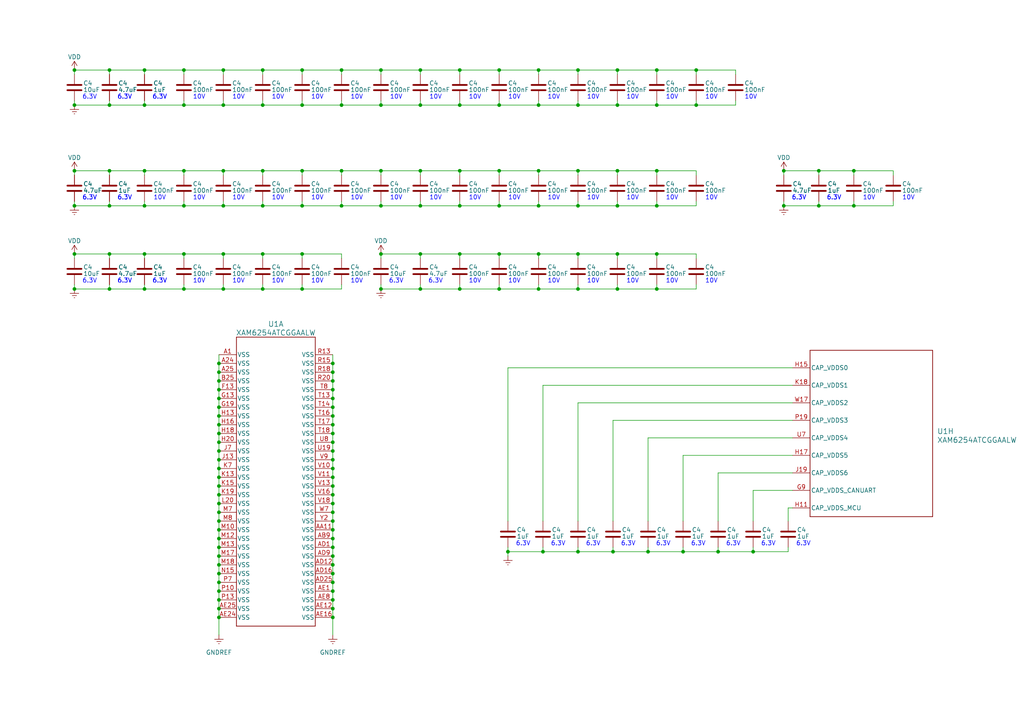
<source format=kicad_sch>
(kicad_sch (version 20230121) (generator eeschema)
  (paper "A4")
  (title_block (title "TI Ember AM62 SiP Concept") (date "2023-06-09") (rev "Rev 0") (company "Andrei Aldea - Texas Instruments"))
  (junction (at 110.49 49.53))
  (junction (at 144.78 73.66))
  (junction (at 63.5 163.83))
  (junction (at 21.59 30.48))
  (junction (at 63.5 158.75))
  (junction (at 21.59 20.32))
  (junction (at 21.59 73.66))
  (junction (at 110.49 73.66))
  (junction (at 133.35 20.32))
  (junction (at 63.5 138.43))
  (junction (at 179.07 73.66))
  (junction (at 76.2 30.48))
  (junction (at 21.59 59.69))
  (junction (at 167.64 73.66))
  (junction (at 179.07 83.82))
  (junction (at 157.48 160.02))
  (junction (at 156.21 20.32))
  (junction (at 96.52 118.11))
  (junction (at 53.34 59.69))
  (junction (at 53.34 20.32))
  (junction (at 87.63 59.69))
  (junction (at 96.52 110.49))
  (junction (at 63.5 113.03))
  (junction (at 87.63 20.32))
  (junction (at 76.2 20.32))
  (junction (at 63.5 118.11))
  (junction (at 63.5 125.73))
  (junction (at 63.5 151.13))
  (junction (at 41.91 83.82))
  (junction (at 63.5 128.27))
  (junction (at 156.21 59.69))
  (junction (at 96.52 125.73))
  (junction (at 96.52 120.65))
  (junction (at 96.52 107.95))
  (junction (at 63.5 171.45))
  (junction (at 144.78 59.69))
  (junction (at 41.91 20.32))
  (junction (at 247.65 59.69))
  (junction (at 99.06 49.53))
  (junction (at 96.52 161.29))
  (junction (at 133.35 30.48))
  (junction (at 133.35 83.82))
  (junction (at 96.52 158.75))
  (junction (at 201.93 20.32))
  (junction (at 96.52 113.03))
  (junction (at 190.5 59.69))
  (junction (at 41.91 49.53))
  (junction (at 76.2 73.66))
  (junction (at 237.49 49.53))
  (junction (at 63.5 133.35))
  (junction (at 96.52 123.19))
  (junction (at 63.5 176.53))
  (junction (at 53.34 83.82))
  (junction (at 179.07 49.53))
  (junction (at 121.92 30.48))
  (junction (at 31.75 59.69))
  (junction (at 76.2 59.69))
  (junction (at 96.52 135.89))
  (junction (at 63.5 107.95))
  (junction (at 96.52 153.67))
  (junction (at 63.5 120.65))
  (junction (at 31.75 83.82))
  (junction (at 167.64 49.53))
  (junction (at 96.52 128.27))
  (junction (at 53.34 30.48))
  (junction (at 190.5 30.48))
  (junction (at 99.06 20.32))
  (junction (at 53.34 49.53))
  (junction (at 96.52 168.91))
  (junction (at 41.91 30.48))
  (junction (at 156.21 73.66))
  (junction (at 96.52 173.99))
  (junction (at 227.33 59.69))
  (junction (at 63.5 161.29))
  (junction (at 218.44 160.02))
  (junction (at 64.77 73.66))
  (junction (at 121.92 83.82))
  (junction (at 63.5 140.97))
  (junction (at 63.5 179.07))
  (junction (at 96.52 143.51))
  (junction (at 201.93 30.48))
  (junction (at 63.5 123.19))
  (junction (at 187.96 160.02))
  (junction (at 121.92 20.32))
  (junction (at 63.5 105.41))
  (junction (at 31.75 30.48))
  (junction (at 156.21 83.82))
  (junction (at 179.07 30.48))
  (junction (at 63.5 130.81))
  (junction (at 190.5 49.53))
  (junction (at 63.5 173.99))
  (junction (at 237.49 59.69))
  (junction (at 198.12 160.02))
  (junction (at 64.77 20.32))
  (junction (at 190.5 20.32))
  (junction (at 227.33 49.53))
  (junction (at 76.2 49.53))
  (junction (at 110.49 20.32))
  (junction (at 96.52 146.05))
  (junction (at 53.34 73.66))
  (junction (at 133.35 49.53))
  (junction (at 167.64 20.32))
  (junction (at 96.52 151.13))
  (junction (at 167.64 160.02))
  (junction (at 63.5 143.51))
  (junction (at 63.5 148.59))
  (junction (at 21.59 49.53))
  (junction (at 96.52 138.43))
  (junction (at 177.8 160.02))
  (junction (at 110.49 59.69))
  (junction (at 96.52 166.37))
  (junction (at 179.07 20.32))
  (junction (at 64.77 59.69))
  (junction (at 133.35 59.69))
  (junction (at 21.59 83.82))
  (junction (at 31.75 73.66))
  (junction (at 64.77 83.82))
  (junction (at 96.52 179.07))
  (junction (at 87.63 49.53))
  (junction (at 63.5 166.37))
  (junction (at 31.75 20.32))
  (junction (at 64.77 49.53))
  (junction (at 99.06 59.69))
  (junction (at 96.52 148.59))
  (junction (at 121.92 49.53))
  (junction (at 121.92 59.69))
  (junction (at 64.77 30.48))
  (junction (at 63.5 156.21))
  (junction (at 96.52 163.83))
  (junction (at 96.52 156.21))
  (junction (at 63.5 115.57))
  (junction (at 31.75 49.53))
  (junction (at 190.5 73.66))
  (junction (at 208.28 160.02))
  (junction (at 63.5 168.91))
  (junction (at 41.91 59.69))
  (junction (at 167.64 59.69))
  (junction (at 63.5 110.49))
  (junction (at 63.5 135.89))
  (junction (at 87.63 73.66))
  (junction (at 133.35 73.66))
  (junction (at 110.49 83.82))
  (junction (at 41.91 73.66))
  (junction (at 144.78 49.53))
  (junction (at 156.21 49.53))
  (junction (at 99.06 30.48))
  (junction (at 144.78 83.82))
  (junction (at 110.49 30.48))
  (junction (at 63.5 146.05))
  (junction (at 179.07 59.69))
  (junction (at 96.52 133.35))
  (junction (at 96.52 130.81))
  (junction (at 96.52 105.41))
  (junction (at 63.5 153.67))
  (junction (at 147.32 160.02))
  (junction (at 76.2 83.82))
  (junction (at 96.52 115.57))
  (junction (at 96.52 140.97))
  (junction (at 247.65 49.53))
  (junction (at 96.52 176.53))
  (junction (at 87.63 83.82))
  (junction (at 144.78 20.32))
  (junction (at 190.5 83.82))
  (junction (at 167.64 83.82))
  (junction (at 87.63 30.48))
  (junction (at 96.52 171.45))
  (junction (at 167.64 30.48))
  (junction (at 156.21 30.48))
  (junction (at 144.78 30.48))
  (junction (at 121.92 73.66))
  (wire (pts (xy 229.87 116.84) (xy 167.64 116.84)))
  (wire (pts (xy 208.28 160.02) (xy 218.44 160.02)))
  (wire (pts (xy 96.52 148.59) (xy 96.52 151.13)))
  (wire (pts (xy 208.28 137.16) (xy 208.28 151.13)))
  (wire (pts (xy 96.52 130.81) (xy 96.52 133.35)))
  (wire (pts (xy 133.35 20.32) (xy 133.35 21.59)))
  (wire (pts (xy 21.59 20.32) (xy 21.59 21.59)))
  (wire (pts (xy 87.63 29.21) (xy 87.63 30.48)))
  (wire (pts (xy 99.06 58.42) (xy 99.06 59.69)))
  (wire (pts (xy 213.36 29.21) (xy 213.36 30.48)))
  (wire (pts (xy 190.5 82.55) (xy 190.5 83.82)))
  (wire (pts (xy 156.21 73.66) (xy 167.64 73.66)))
  (wire (pts (xy 64.77 83.82) (xy 76.2 83.82)))
  (wire (pts (xy 64.77 29.21) (xy 64.77 30.48)))
  (wire (pts (xy 99.06 29.21) (xy 99.06 30.48)))
  (wire (pts (xy 167.64 73.66) (xy 179.07 73.66)))
  (wire (pts (xy 144.78 30.48) (xy 156.21 30.48)))
  (wire (pts (xy 96.52 168.91) (xy 96.52 171.45)))
  (wire (pts (xy 31.75 30.48) (xy 41.91 30.48)))
  (wire (pts (xy 96.52 107.95) (xy 96.52 110.49)))
  (wire (pts (xy 53.34 58.42) (xy 53.34 59.69)))
  (wire (pts (xy 21.59 49.53) (xy 31.75 49.53)))
  (wire (pts (xy 110.49 73.66) (xy 110.49 74.93)))
  (wire (pts (xy 63.5 140.97) (xy 63.5 143.51)))
  (wire (pts (xy 21.59 73.66) (xy 21.59 74.93)))
  (wire (pts (xy 190.5 20.32) (xy 201.93 20.32)))
  (wire (pts (xy 96.52 179.07) (xy 96.52 184.15)))
  (wire (pts (xy 63.5 128.27) (xy 63.5 130.81)))
  (wire (pts (xy 21.59 82.55) (xy 21.59 83.82)))
  (wire (pts (xy 96.52 125.73) (xy 96.52 128.27)))
  (wire (pts (xy 87.63 20.32) (xy 99.06 20.32)))
  (wire (pts (xy 227.33 59.69) (xy 237.49 59.69)))
  (wire (pts (xy 41.91 20.32) (xy 41.91 21.59)))
  (wire (pts (xy 247.65 58.42) (xy 247.65 59.69)))
  (wire (pts (xy 21.59 59.69) (xy 31.75 59.69)))
  (wire (pts (xy 63.5 156.21) (xy 63.5 158.75)))
  (wire (pts (xy 156.21 73.66) (xy 156.21 74.93)))
  (wire (pts (xy 190.5 83.82) (xy 201.93 83.82)))
  (wire (pts (xy 41.91 59.69) (xy 53.34 59.69)))
  (wire (pts (xy 63.5 143.51) (xy 63.5 146.05)))
  (wire (pts (xy 31.75 49.53) (xy 41.91 49.53)))
  (wire (pts (xy 64.77 59.69) (xy 76.2 59.69)))
  (wire (pts (xy 190.5 49.53) (xy 201.93 49.53)))
  (wire (pts (xy 156.21 83.82) (xy 167.64 83.82)))
  (wire (pts (xy 99.06 49.53) (xy 99.06 50.8)))
  (wire (pts (xy 63.5 118.11) (xy 63.5 120.65)))
  (wire (pts (xy 133.35 20.32) (xy 144.78 20.32)))
  (wire (pts (xy 63.5 102.87) (xy 63.5 105.41)))
  (wire (pts (xy 63.5 146.05) (xy 63.5 148.59)))
  (wire (pts (xy 144.78 73.66) (xy 144.78 74.93)))
  (wire (pts (xy 110.49 58.42) (xy 110.49 59.69)))
  (wire (pts (xy 121.92 49.53) (xy 121.92 50.8)))
  (wire (pts (xy 213.36 20.32) (xy 213.36 21.59)))
  (wire (pts (xy 76.2 59.69) (xy 87.63 59.69)))
  (wire (pts (xy 156.21 58.42) (xy 156.21 59.69)))
  (wire (pts (xy 63.5 125.73) (xy 63.5 128.27)))
  (wire (pts (xy 228.6 147.32) (xy 229.87 147.32)))
  (wire (pts (xy 121.92 30.48) (xy 133.35 30.48)))
  (wire (pts (xy 63.5 163.83) (xy 63.5 166.37)))
  (wire (pts (xy 63.5 115.57) (xy 63.5 118.11)))
  (wire (pts (xy 96.52 156.21) (xy 96.52 158.75)))
  (wire (pts (xy 41.91 29.21) (xy 41.91 30.48)))
  (wire (pts (xy 76.2 49.53) (xy 87.63 49.53)))
  (wire (pts (xy 63.5 153.67) (xy 63.5 156.21)))
  (wire (pts (xy 201.93 20.32) (xy 213.36 20.32)))
  (wire (pts (xy 110.49 30.48) (xy 121.92 30.48)))
  (wire (pts (xy 99.06 59.69) (xy 110.49 59.69)))
  (wire (pts (xy 133.35 29.21) (xy 133.35 30.48)))
  (wire (pts (xy 21.59 83.82) (xy 31.75 83.82)))
  (wire (pts (xy 53.34 83.82) (xy 64.77 83.82)))
  (wire (pts (xy 96.52 166.37) (xy 96.52 168.91)))
  (wire (pts (xy 53.34 82.55) (xy 53.34 83.82)))
  (wire (pts (xy 63.5 123.19) (xy 63.5 125.73)))
  (wire (pts (xy 99.06 20.32) (xy 110.49 20.32)))
  (wire (pts (xy 201.93 30.48) (xy 213.36 30.48)))
  (wire (pts (xy 41.91 73.66) (xy 41.91 74.93)))
  (wire (pts (xy 190.5 29.21) (xy 190.5 30.48)))
  (wire (pts (xy 187.96 160.02) (xy 198.12 160.02)))
  (wire (pts (xy 76.2 30.48) (xy 87.63 30.48)))
  (wire (pts (xy 198.12 160.02) (xy 208.28 160.02)))
  (wire (pts (xy 167.64 20.32) (xy 167.64 21.59)))
  (wire (pts (xy 121.92 59.69) (xy 133.35 59.69)))
  (wire (pts (xy 227.33 49.53) (xy 237.49 49.53)))
  (wire (pts (xy 247.65 59.69) (xy 259.08 59.69)))
  (wire (pts (xy 259.08 59.69) (xy 259.08 58.42)))
  (wire (pts (xy 167.64 160.02) (xy 177.8 160.02)))
  (wire (pts (xy 31.75 73.66) (xy 31.75 74.93)))
  (wire (pts (xy 121.92 82.55) (xy 121.92 83.82)))
  (wire (pts (xy 96.52 158.75) (xy 96.52 161.29)))
  (wire (pts (xy 110.49 49.53) (xy 121.92 49.53)))
  (wire (pts (xy 229.87 127) (xy 187.96 127)))
  (wire (pts (xy 21.59 30.48) (xy 31.75 30.48)))
  (wire (pts (xy 41.91 49.53) (xy 41.91 50.8)))
  (wire (pts (xy 208.28 158.75) (xy 208.28 160.02)))
  (wire (pts (xy 87.63 83.82) (xy 99.06 83.82)))
  (wire (pts (xy 121.92 29.21) (xy 121.92 30.48)))
  (wire (pts (xy 144.78 82.55) (xy 144.78 83.82)))
  (wire (pts (xy 63.5 151.13) (xy 63.5 153.67)))
  (wire (pts (xy 190.5 73.66) (xy 190.5 74.93)))
  (wire (pts (xy 190.5 58.42) (xy 190.5 59.69)))
  (wire (pts (xy 41.91 82.55) (xy 41.91 83.82)))
  (wire (pts (xy 218.44 160.02) (xy 228.6 160.02)))
  (wire (pts (xy 179.07 49.53) (xy 190.5 49.53)))
  (wire (pts (xy 147.32 158.75) (xy 147.32 160.02)))
  (wire (pts (xy 110.49 20.32) (xy 121.92 20.32)))
  (wire (pts (xy 96.52 138.43) (xy 96.52 140.97)))
  (wire (pts (xy 76.2 20.32) (xy 76.2 21.59)))
  (wire (pts (xy 156.21 20.32) (xy 156.21 21.59)))
  (wire (pts (xy 96.52 171.45) (xy 96.52 173.99)))
  (wire (pts (xy 41.91 49.53) (xy 53.34 49.53)))
  (wire (pts (xy 110.49 49.53) (xy 110.49 50.8)))
  (wire (pts (xy 218.44 158.75) (xy 218.44 160.02)))
  (wire (pts (xy 64.77 73.66) (xy 76.2 73.66)))
  (wire (pts (xy 64.77 73.66) (xy 64.77 74.93)))
  (wire (pts (xy 157.48 160.02) (xy 167.64 160.02)))
  (wire (pts (xy 110.49 83.82) (xy 121.92 83.82)))
  (wire (pts (xy 96.52 163.83) (xy 96.52 166.37)))
  (wire (pts (xy 156.21 49.53) (xy 167.64 49.53)))
  (wire (pts (xy 133.35 30.48) (xy 144.78 30.48)))
  (wire (pts (xy 53.34 20.32) (xy 64.77 20.32)))
  (wire (pts (xy 198.12 132.08) (xy 198.12 151.13)))
  (wire (pts (xy 167.64 83.82) (xy 179.07 83.82)))
  (wire (pts (xy 64.77 49.53) (xy 76.2 49.53)))
  (wire (pts (xy 96.52 110.49) (xy 96.52 113.03)))
  (wire (pts (xy 110.49 59.69) (xy 121.92 59.69)))
  (wire (pts (xy 31.75 83.82) (xy 41.91 83.82)))
  (wire (pts (xy 63.5 130.81) (xy 63.5 133.35)))
  (wire (pts (xy 87.63 58.42) (xy 87.63 59.69)))
  (wire (pts (xy 31.75 59.69) (xy 41.91 59.69)))
  (wire (pts (xy 110.49 82.55) (xy 110.49 83.82)))
  (wire (pts (xy 144.78 29.21) (xy 144.78 30.48)))
  (wire (pts (xy 63.5 168.91) (xy 63.5 171.45)))
  (wire (pts (xy 96.52 128.27) (xy 96.52 130.81)))
  (wire (pts (xy 167.64 82.55) (xy 167.64 83.82)))
  (wire (pts (xy 53.34 20.32) (xy 53.34 21.59)))
  (wire (pts (xy 167.64 73.66) (xy 167.64 74.93)))
  (wire (pts (xy 190.5 73.66) (xy 201.93 73.66)))
  (wire (pts (xy 237.49 49.53) (xy 237.49 50.8)))
  (wire (pts (xy 87.63 82.55) (xy 87.63 83.82)))
  (wire (pts (xy 247.65 49.53) (xy 247.65 50.8)))
  (wire (pts (xy 110.49 20.32) (xy 110.49 21.59)))
  (wire (pts (xy 87.63 20.32) (xy 87.63 21.59)))
  (wire (pts (xy 96.52 153.67) (xy 96.52 156.21)))
  (wire (pts (xy 121.92 73.66) (xy 121.92 74.93)))
  (wire (pts (xy 228.6 158.75) (xy 228.6 160.02)))
  (wire (pts (xy 63.5 110.49) (xy 63.5 113.03)))
  (wire (pts (xy 63.5 105.41) (xy 63.5 107.95)))
  (wire (pts (xy 96.52 146.05) (xy 96.52 148.59)))
  (wire (pts (xy 229.87 111.76) (xy 157.48 111.76)))
  (wire (pts (xy 229.87 132.08) (xy 198.12 132.08)))
  (wire (pts (xy 63.5 113.03) (xy 63.5 115.57)))
  (wire (pts (xy 31.75 49.53) (xy 31.75 50.8)))
  (wire (pts (xy 63.5 148.59) (xy 63.5 151.13)))
  (wire (pts (xy 76.2 58.42) (xy 76.2 59.69)))
  (wire (pts (xy 167.64 30.48) (xy 179.07 30.48)))
  (wire (pts (xy 201.93 73.66) (xy 201.93 74.93)))
  (wire (pts (xy 187.96 158.75) (xy 187.96 160.02)))
  (wire (pts (xy 64.77 82.55) (xy 64.77 83.82)))
  (wire (pts (xy 201.93 29.21) (xy 201.93 30.48)))
  (wire (pts (xy 96.52 123.19) (xy 96.52 125.73)))
  (wire (pts (xy 144.78 59.69) (xy 156.21 59.69)))
  (wire (pts (xy 133.35 49.53) (xy 144.78 49.53)))
  (wire (pts (xy 64.77 30.48) (xy 76.2 30.48)))
  (wire (pts (xy 167.64 20.32) (xy 179.07 20.32)))
  (wire (pts (xy 110.49 73.66) (xy 121.92 73.66)))
  (wire (pts (xy 87.63 49.53) (xy 87.63 50.8)))
  (wire (pts (xy 87.63 49.53) (xy 99.06 49.53)))
  (wire (pts (xy 144.78 20.32) (xy 144.78 21.59)))
  (wire (pts (xy 167.64 49.53) (xy 167.64 50.8)))
  (wire (pts (xy 21.59 58.42) (xy 21.59 59.69)))
  (wire (pts (xy 229.87 121.92) (xy 177.8 121.92)))
  (wire (pts (xy 63.5 171.45) (xy 63.5 173.99)))
  (wire (pts (xy 76.2 49.53) (xy 76.2 50.8)))
  (wire (pts (xy 190.5 59.69) (xy 201.93 59.69)))
  (wire (pts (xy 96.52 102.87) (xy 96.52 105.41)))
  (wire (pts (xy 53.34 73.66) (xy 53.34 74.93)))
  (wire (pts (xy 133.35 82.55) (xy 133.35 83.82)))
  (wire (pts (xy 53.34 49.53) (xy 53.34 50.8)))
  (wire (pts (xy 53.34 49.53) (xy 64.77 49.53)))
  (wire (pts (xy 190.5 20.32) (xy 190.5 21.59)))
  (wire (pts (xy 99.06 30.48) (xy 110.49 30.48)))
  (wire (pts (xy 259.08 49.53) (xy 259.08 50.8)))
  (wire (pts (xy 63.5 179.07) (xy 63.5 184.15)))
  (wire (pts (xy 99.06 73.66) (xy 99.06 74.93)))
  (wire (pts (xy 31.75 20.32) (xy 31.75 21.59)))
  (wire (pts (xy 87.63 73.66) (xy 99.06 73.66)))
  (wire (pts (xy 167.64 158.75) (xy 167.64 160.02)))
  (wire (pts (xy 121.92 83.82) (xy 133.35 83.82)))
  (wire (pts (xy 41.91 83.82) (xy 53.34 83.82)))
  (wire (pts (xy 31.75 82.55) (xy 31.75 83.82)))
  (wire (pts (xy 190.5 30.48) (xy 201.93 30.48)))
  (wire (pts (xy 144.78 83.82) (xy 156.21 83.82)))
  (wire (pts (xy 76.2 73.66) (xy 76.2 74.93)))
  (wire (pts (xy 96.52 113.03) (xy 96.52 115.57)))
  (wire (pts (xy 63.5 158.75) (xy 63.5 161.29)))
  (wire (pts (xy 157.48 111.76) (xy 157.48 151.13)))
  (wire (pts (xy 63.5 120.65) (xy 63.5 123.19)))
  (wire (pts (xy 201.93 58.42) (xy 201.93 59.69)))
  (wire (pts (xy 76.2 20.32) (xy 87.63 20.32)))
  (wire (pts (xy 147.32 160.02) (xy 147.32 161.29)))
  (wire (pts (xy 76.2 82.55) (xy 76.2 83.82)))
  (wire (pts (xy 177.8 121.92) (xy 177.8 151.13)))
  (wire (pts (xy 21.59 73.66) (xy 31.75 73.66)))
  (wire (pts (xy 110.49 29.21) (xy 110.49 30.48)))
  (wire (pts (xy 144.78 49.53) (xy 144.78 50.8)))
  (wire (pts (xy 64.77 49.53) (xy 64.77 50.8)))
  (wire (pts (xy 187.96 127) (xy 187.96 151.13)))
  (wire (pts (xy 156.21 82.55) (xy 156.21 83.82)))
  (wire (pts (xy 96.52 173.99) (xy 96.52 176.53)))
  (wire (pts (xy 227.33 49.53) (xy 227.33 50.8)))
  (wire (pts (xy 201.93 20.32) (xy 201.93 21.59)))
  (wire (pts (xy 21.59 29.21) (xy 21.59 30.48)))
  (wire (pts (xy 179.07 83.82) (xy 190.5 83.82)))
  (wire (pts (xy 87.63 59.69) (xy 99.06 59.69)))
  (wire (pts (xy 63.5 107.95) (xy 63.5 110.49)))
  (wire (pts (xy 53.34 29.21) (xy 53.34 30.48)))
  (wire (pts (xy 63.5 161.29) (xy 63.5 163.83)))
  (wire (pts (xy 179.07 29.21) (xy 179.07 30.48)))
  (wire (pts (xy 64.77 58.42) (xy 64.77 59.69)))
  (wire (pts (xy 76.2 83.82) (xy 87.63 83.82)))
  (wire (pts (xy 99.06 82.55) (xy 99.06 83.82)))
  (wire (pts (xy 96.52 105.41) (xy 96.52 107.95)))
  (wire (pts (xy 21.59 49.53) (xy 21.59 50.8)))
  (wire (pts (xy 179.07 73.66) (xy 190.5 73.66)))
  (wire (pts (xy 229.87 137.16) (xy 208.28 137.16)))
  (wire (pts (xy 201.93 49.53) (xy 201.93 50.8)))
  (wire (pts (xy 133.35 58.42) (xy 133.35 59.69)))
  (wire (pts (xy 179.07 73.66) (xy 179.07 74.93)))
  (wire (pts (xy 229.87 142.24) (xy 218.44 142.24)))
  (wire (pts (xy 96.52 115.57) (xy 96.52 118.11)))
  (wire (pts (xy 237.49 58.42) (xy 237.49 59.69)))
  (wire (pts (xy 167.64 58.42) (xy 167.64 59.69)))
  (wire (pts (xy 179.07 59.69) (xy 190.5 59.69)))
  (wire (pts (xy 76.2 29.21) (xy 76.2 30.48)))
  (wire (pts (xy 201.93 82.55) (xy 201.93 83.82)))
  (wire (pts (xy 96.52 135.89) (xy 96.52 138.43)))
  (wire (pts (xy 41.91 73.66) (xy 53.34 73.66)))
  (wire (pts (xy 63.5 135.89) (xy 63.5 138.43)))
  (wire (pts (xy 179.07 20.32) (xy 190.5 20.32)))
  (wire (pts (xy 218.44 142.24) (xy 218.44 151.13)))
  (wire (pts (xy 156.21 20.32) (xy 167.64 20.32)))
  (wire (pts (xy 41.91 30.48) (xy 53.34 30.48)))
  (wire (pts (xy 41.91 58.42) (xy 41.91 59.69)))
  (wire (pts (xy 31.75 73.66) (xy 41.91 73.66)))
  (wire (pts (xy 247.65 49.53) (xy 259.08 49.53)))
  (wire (pts (xy 53.34 59.69) (xy 64.77 59.69)))
  (wire (pts (xy 144.78 49.53) (xy 156.21 49.53)))
  (wire (pts (xy 157.48 158.75) (xy 157.48 160.02)))
  (wire (pts (xy 31.75 29.21) (xy 31.75 30.48)))
  (wire (pts (xy 64.77 20.32) (xy 64.77 21.59)))
  (wire (pts (xy 96.52 133.35) (xy 96.52 135.89)))
  (wire (pts (xy 53.34 73.66) (xy 64.77 73.66)))
  (wire (pts (xy 121.92 58.42) (xy 121.92 59.69)))
  (wire (pts (xy 99.06 49.53) (xy 110.49 49.53)))
  (wire (pts (xy 144.78 58.42) (xy 144.78 59.69)))
  (wire (pts (xy 147.32 106.68) (xy 147.32 151.13)))
  (wire (pts (xy 133.35 73.66) (xy 144.78 73.66)))
  (wire (pts (xy 133.35 83.82) (xy 144.78 83.82)))
  (wire (pts (xy 87.63 73.66) (xy 87.63 74.93)))
  (wire (pts (xy 156.21 49.53) (xy 156.21 50.8)))
  (wire (pts (xy 190.5 49.53) (xy 190.5 50.8)))
  (wire (pts (xy 53.34 30.48) (xy 64.77 30.48)))
  (wire (pts (xy 179.07 20.32) (xy 179.07 21.59)))
  (wire (pts (xy 96.52 176.53) (xy 96.52 179.07)))
  (wire (pts (xy 31.75 58.42) (xy 31.75 59.69)))
  (wire (pts (xy 179.07 82.55) (xy 179.07 83.82)))
  (wire (pts (xy 133.35 59.69) (xy 144.78 59.69)))
  (wire (pts (xy 228.6 151.13) (xy 228.6 147.32)))
  (wire (pts (xy 229.87 106.68) (xy 147.32 106.68)))
  (wire (pts (xy 177.8 160.02) (xy 187.96 160.02)))
  (wire (pts (xy 227.33 58.42) (xy 227.33 59.69)))
  (wire (pts (xy 167.64 49.53) (xy 179.07 49.53)))
  (wire (pts (xy 63.5 133.35) (xy 63.5 135.89)))
  (wire (pts (xy 167.64 29.21) (xy 167.64 30.48)))
  (wire (pts (xy 179.07 49.53) (xy 179.07 50.8)))
  (wire (pts (xy 96.52 143.51) (xy 96.52 146.05)))
  (wire (pts (xy 237.49 59.69) (xy 247.65 59.69)))
  (wire (pts (xy 99.06 20.32) (xy 99.06 21.59)))
  (wire (pts (xy 96.52 140.97) (xy 96.52 143.51)))
  (wire (pts (xy 41.91 20.32) (xy 53.34 20.32)))
  (wire (pts (xy 177.8 158.75) (xy 177.8 160.02)))
  (wire (pts (xy 179.07 58.42) (xy 179.07 59.69)))
  (wire (pts (xy 156.21 59.69) (xy 167.64 59.69)))
  (wire (pts (xy 63.5 166.37) (xy 63.5 168.91)))
  (wire (pts (xy 76.2 73.66) (xy 87.63 73.66)))
  (wire (pts (xy 31.75 20.32) (xy 41.91 20.32)))
  (wire (pts (xy 144.78 20.32) (xy 156.21 20.32)))
  (wire (pts (xy 167.64 116.84) (xy 167.64 151.13)))
  (wire (pts (xy 96.52 118.11) (xy 96.52 120.65)))
  (wire (pts (xy 156.21 29.21) (xy 156.21 30.48)))
  (wire (pts (xy 167.64 59.69) (xy 179.07 59.69)))
  (wire (pts (xy 144.78 73.66) (xy 156.21 73.66)))
  (wire (pts (xy 237.49 49.53) (xy 247.65 49.53)))
  (wire (pts (xy 156.21 30.48) (xy 167.64 30.48)))
  (wire (pts (xy 87.63 30.48) (xy 99.06 30.48)))
  (wire (pts (xy 121.92 49.53) (xy 133.35 49.53)))
  (wire (pts (xy 121.92 20.32) (xy 121.92 21.59)))
  (wire (pts (xy 96.52 120.65) (xy 96.52 123.19)))
  (wire (pts (xy 63.5 173.99) (xy 63.5 176.53)))
  (wire (pts (xy 63.5 176.53) (xy 63.5 179.07)))
  (wire (pts (xy 198.12 158.75) (xy 198.12 160.02)))
  (wire (pts (xy 147.32 160.02) (xy 157.48 160.02)))
  (wire (pts (xy 179.07 30.48) (xy 190.5 30.48)))
  (wire (pts (xy 21.59 20.32) (xy 31.75 20.32)))
  (wire (pts (xy 96.52 161.29) (xy 96.52 163.83)))
  (wire (pts (xy 121.92 20.32) (xy 133.35 20.32)))
  (wire (pts (xy 121.92 73.66) (xy 133.35 73.66)))
  (wire (pts (xy 64.77 20.32) (xy 76.2 20.32)))
  (wire (pts (xy 133.35 49.53) (xy 133.35 50.8)))
  (wire (pts (xy 63.5 138.43) (xy 63.5 140.97)))
  (wire (pts (xy 96.52 151.13) (xy 96.52 153.67)))
  (wire (pts (xy 133.35 73.66) (xy 133.35 74.93)))
  (symbol (lib_id "Device:C") (at 201.93 25.4 0) (unit 1)
    (property "Reference" "C4" (at 204.47 24.13 0) (effects (justify left)))
    (property "Value" "100nF" (at 204.47 26.035 0) (effects (justify left)))
    (property "Footprint" "Capacitor_SMD:C_0201_0603Metric" (effects hide))
    (property "V Tol" "10V" (at 206.3623 27.9431 0))
    (instances (project "TI Ember" (path "" (reference "C4") (unit 1)) (path "" (reference "C1") (unit 1)) (path "" (reference "C18") (unit 1))))
  )
  (symbol (lib_id "Device:C") (at 179.07 78.74 0) (unit 1)
    (property "Reference" "C4" (at 181.61 77.47 0) (effects (justify left)))
    (property "Value" "100nF" (at 181.61 79.375 0) (effects (justify left)))
    (property "Footprint" "Capacitor_SMD:C_0201_0603Metric" (effects hide))
    (property "V Tol" "10V" (at 183.5023 81.2831 0))
    (instances (project "TI Ember" (path "" (reference "C4") (unit 1)) (path "" (reference "C1") (unit 1)) (path "" (reference "C70") (unit 1))))
  )
  (symbol (lib_id "Device:C") (at 144.78 78.74 0) (unit 1)
    (property "Reference" "C4" (at 147.32 77.47 0) (effects (justify left)))
    (property "Value" "100nF" (at 147.32 79.375 0) (effects (justify left)))
    (property "Footprint" "Capacitor_SMD:C_0201_0603Metric" (effects hide))
    (property "V Tol" "10V" (at 149.2123 81.2831 0))
    (instances (project "TI Ember" (path "" (reference "C4") (unit 1)) (path "" (reference "C1") (unit 1)) (path "" (reference "C67") (unit 1))))
  )
  (symbol (lib_id "Device:C") (at 213.36 25.4 0) (unit 1)
    (property "Reference" "C4" (at 215.9 24.13 0) (effects (justify left)))
    (property "Value" "100nF" (at 215.9 26.035 0) (effects (justify left)))
    (property "Footprint" "Capacitor_SMD:C_0201_0603Metric" (effects hide))
    (property "V Tol" "10V" (at 217.7923 27.9431 0))
    (instances (project "TI Ember" (path "" (reference "C4") (unit 1)) (path "" (reference "C1") (unit 1)) (path "" (reference "C17") (unit 1))))
  )
  (symbol (lib_id "Device:C") (at 190.5 54.61 0) (unit 1)
    (property "Reference" "C4" (at 193.04 53.34 0) (effects (justify left)))
    (property "Value" "100nF" (at 193.04 55.245 0) (effects (justify left)))
    (property "Footprint" "Capacitor_SMD:C_0201_0603Metric" (effects hide))
    (property "V Tol" "10V" (at 194.9323 57.1531 0))
    (instances (project "TI Ember" (path "" (reference "C4") (unit 1)) (path "" (reference "C1") (unit 1)) (path "" (reference "C50") (unit 1))))
  )
  (symbol (lib_id "Device:C") (at 31.75 78.74 0) (unit 1)
    (property "Reference" "C4" (at 34.29 77.47 0) (effects (justify left)))
    (property "Value" "4.7uF" (at 34.29 79.375 0) (effects (justify left)))
    (property "Footprint" "Capacitor_SMD:C_0402_1005Metric" (effects hide))
    (property "V Tol" "6.3V" (at 36.1823 81.2831 0))
    (instances (project "TI Ember" (path "" (reference "C4") (unit 1)) (path "" (reference "C1") (unit 1)) (path "" (reference "C56") (unit 1))))
  )
  (symbol (lib_id "Device:C") (at 53.34 25.4 0) (unit 1)
    (property "Reference" "C4" (at 55.88 24.13 0) (effects (justify left)))
    (property "Value" "100nF" (at 55.88 26.035 0) (effects (justify left)))
    (property "Footprint" "Capacitor_SMD:C_0201_0603Metric" (effects hide))
    (property "V Tol" "10V" (at 57.7723 27.9431 0))
    (instances (project "TI Ember" (path "" (reference "C4") (unit 1)) (path "" (reference "C1") (unit 1)) (path "" (reference "C30") (unit 1))))
  )
  (symbol (lib_id "Device:C") (at 144.78 25.4 0) (unit 1)
    (property "Reference" "C4" (at 147.32 24.13 0) (effects (justify left)))
    (property "Value" "100nF" (at 147.32 26.035 0) (effects (justify left)))
    (property "Footprint" "Capacitor_SMD:C_0201_0603Metric" (effects hide))
    (property "V Tol" "10V" (at 149.2123 27.9431 0))
    (instances (project "TI Ember" (path "" (reference "C4") (unit 1)) (path "" (reference "C1") (unit 1)) (path "" (reference "C23") (unit 1))))
  )
  (symbol (lib_id "Device:C") (at 64.77 54.61 0) (unit 1)
    (property "Reference" "C4" (at 67.31 53.34 0) (effects (justify left)))
    (property "Value" "100nF" (at 67.31 55.245 0) (effects (justify left)))
    (property "Footprint" "Capacitor_SMD:C_0201_0603Metric" (effects hide))
    (property "V Tol" "10V" (at 69.2023 57.1531 0))
    (instances (project "TI Ember" (path "" (reference "C4") (unit 1)) (path "" (reference "C1") (unit 1)) (path "" (reference "C39") (unit 1))))
  )
  (symbol (lib_id "Device:C") (at 177.8 154.94 0) (unit 1)
    (property "Reference" "C4" (at 180.34 153.67 0) (effects (justify left)))
    (property "Value" "1uF" (at 180.34 155.575 0) (effects (justify left)))
    (property "Footprint" "Capacitor_SMD:C_0201_0603Metric" (effects hide))
    (property "V Tol" "6.3V" (at 182.2323 157.4831 0))
    (instances (project "TI Ember" (path "" (reference "C4") (unit 1)) (path "" (reference "C1") (unit 1)) (path "" (reference "C76") (unit 1))))
  )
  (symbol (lib_id "Device:C") (at 99.06 54.61 0) (unit 1)
    (property "Reference" "C4" (at 101.6 53.34 0) (effects (justify left)))
    (property "Value" "100nF" (at 101.6 55.245 0) (effects (justify left)))
    (property "Footprint" "Capacitor_SMD:C_0201_0603Metric" (effects hide))
    (property "V Tol" "10V" (at 103.4923 57.1531 0))
    (instances (project "TI Ember" (path "" (reference "C4") (unit 1)) (path "" (reference "C1") (unit 1)) (path "" (reference "C42") (unit 1))))
  )
  (symbol (lib_id "Device:C") (at 156.21 25.4 0) (unit 1)
    (property "Reference" "C4" (at 158.75 24.13 0) (effects (justify left)))
    (property "Value" "100nF" (at 158.75 26.035 0) (effects (justify left)))
    (property "Footprint" "Capacitor_SMD:C_0201_0603Metric" (effects hide))
    (property "V Tol" "10V" (at 160.6423 27.9431 0))
    (instances (project "TI Ember" (path "" (reference "C4") (unit 1)) (path "" (reference "C1") (unit 1)) (path "" (reference "C22") (unit 1))))
  )
  (symbol (lib_id "Device:C") (at 121.92 54.61 0) (unit 1)
    (property "Reference" "C4" (at 124.46 53.34 0) (effects (justify left)))
    (property "Value" "100nF" (at 124.46 55.245 0) (effects (justify left)))
    (property "Footprint" "Capacitor_SMD:C_0201_0603Metric" (effects hide))
    (property "V Tol" "10V" (at 126.3523 57.1531 0))
    (instances (project "TI Ember" (path "" (reference "C4") (unit 1)) (path "" (reference "C1") (unit 1)) (path "" (reference "C44") (unit 1))))
  )
  (symbol (lib_id "Device:C") (at 157.48 154.94 0) (unit 1)
    (property "Reference" "C4" (at 160.02 153.67 0) (effects (justify left)))
    (property "Value" "1uF" (at 160.02 155.575 0) (effects (justify left)))
    (property "Footprint" "Capacitor_SMD:C_0201_0603Metric" (effects hide))
    (property "V Tol" "6.3V" (at 161.9123 157.4831 0))
    (instances (project "TI Ember" (path "" (reference "C4") (unit 1)) (path "" (reference "C1") (unit 1)) (path "" (reference "C74") (unit 1))))
  )
  (symbol (lib_id "Device:C") (at 41.91 25.4 0) (unit 1)
    (property "Reference" "C4" (at 44.45 24.13 0) (effects (justify left)))
    (property "Value" "1uF" (at 44.45 26.035 0) (effects (justify left)))
    (property "Footprint" "Capacitor_SMD:C_0201_0603Metric" (effects hide))
    (property "V Tol" "6.3V" (at 46.3423 27.9431 0))
    (instances (project "TI Ember" (path "" (reference "C4") (unit 1)) (path "" (reference "C1") (unit 1)) (path "" (reference "C32") (unit 1))))
  )
  (symbol (lib_id "power:GNDREF") (at 227.33 59.69 0) (unit 1)
    (property "Reference" "#PWR029" (effects hide))
    (property "Value" "GNDREF" (effects hide))
    (instances (project "TI Ember" (path "" (reference "#PWR029") (unit 1)) (path "" (reference "#PWR052") (unit 1))))
  )
  (symbol (lib_id "power:GNDREF") (at 21.59 30.48 0) (unit 1)
    (property "Reference" "#PWR029" (effects hide))
    (property "Value" "GNDREF" (effects hide))
    (instances (project "TI Ember" (path "" (reference "#PWR029") (unit 1)) (path "" (reference "#PWR048") (unit 1))))
  )
  (symbol (lib_id "TIEmber:VDD_CORE") (at 21.59 20.32 0) (unit 1)
    (property "Reference" "#PWR047" (effects hide))
    (property "Value" "VDD_CORE" (at 21.59 16.51 0))
  )
  (symbol (lib_id "Device:C") (at 179.07 54.61 0) (unit 1)
    (property "Reference" "C4" (at 181.61 53.34 0) (effects (justify left)))
    (property "Value" "100nF" (at 181.61 55.245 0) (effects (justify left)))
    (property "Footprint" "Capacitor_SMD:C_0201_0603Metric" (effects hide))
    (property "V Tol" "10V" (at 183.5023 57.1531 0))
    (instances (project "TI Ember" (path "" (reference "C4") (unit 1)) (path "" (reference "C1") (unit 1)) (path "" (reference "C49") (unit 1))))
  )
  (symbol (lib_id "Device:C") (at 247.65 54.61 0) (unit 1)
    (property "Reference" "C4" (at 250.19 53.34 0) (effects (justify left)))
    (property "Value" "100nF" (at 250.19 55.245 0) (effects (justify left)))
    (property "Footprint" "Capacitor_SMD:C_0201_0603Metric" (effects hide))
    (property "V Tol" "10V" (at 252.0823 57.1531 0))
    (instances (project "TI Ember" (path "" (reference "C4") (unit 1)) (path "" (reference "C1") (unit 1)) (path "" (reference "C54") (unit 1))))
  )
  (symbol (lib_id "Device:C") (at 87.63 25.4 0) (unit 1)
    (property "Reference" "C4" (at 90.17 24.13 0) (effects (justify left)))
    (property "Value" "100nF" (at 90.17 26.035 0) (effects (justify left)))
    (property "Footprint" "Capacitor_SMD:C_0201_0603Metric" (effects hide))
    (property "V Tol" "10V" (at 92.0623 27.9431 0))
    (instances (project "TI Ember" (path "" (reference "C4") (unit 1)) (path "" (reference "C1") (unit 1)) (path "" (reference "C28") (unit 1))))
  )
  (symbol (lib_id "Device:C") (at 99.06 25.4 0) (unit 1)
    (property "Reference" "C4" (at 101.6 24.13 0) (effects (justify left)))
    (property "Value" "100nF" (at 101.6 26.035 0) (effects (justify left)))
    (property "Footprint" "Capacitor_SMD:C_0201_0603Metric" (effects hide))
    (property "V Tol" "10V" (at 103.4923 27.9431 0))
    (instances (project "TI Ember" (path "" (reference "C4") (unit 1)) (path "" (reference "C1") (unit 1)) (path "" (reference "C27") (unit 1))))
  )
  (symbol (lib_id "Device:C") (at 110.49 78.74 0) (unit 1)
    (property "Reference" "C4" (at 113.03 77.47 0) (effects (justify left)))
    (property "Value" "10uF" (at 113.03 79.375 0) (effects (justify left)))
    (property "Footprint" "Capacitor_SMD:C_0402_1005Metric" (effects hide))
    (property "V Tol" "6.3V" (at 114.9223 81.2831 0))
    (instances (project "TI Ember" (path "" (reference "C4") (unit 1)) (path "" (reference "C1") (unit 1)) (path "" (reference "C64") (unit 1))))
  )
  (symbol (lib_id "Device:C") (at 201.93 78.74 0) (unit 1)
    (property "Reference" "C4" (at 204.47 77.47 0) (effects (justify left)))
    (property "Value" "100nF" (at 204.47 79.375 0) (effects (justify left)))
    (property "Footprint" "Capacitor_SMD:C_0201_0603Metric" (effects hide))
    (property "V Tol" "10V" (at 206.3623 81.2831 0))
    (instances (project "TI Ember" (path "" (reference "C4") (unit 1)) (path "" (reference "C1") (unit 1)) (path "" (reference "C72") (unit 1))))
  )
  (symbol (lib_id "Device:C") (at 198.12 154.94 0) (unit 1)
    (property "Reference" "C4" (at 200.66 153.67 0) (effects (justify left)))
    (property "Value" "1uF" (at 200.66 155.575 0) (effects (justify left)))
    (property "Footprint" "Capacitor_SMD:C_0201_0603Metric" (effects hide))
    (property "V Tol" "6.3V" (at 202.5523 157.4831 0))
    (instances (project "TI Ember" (path "" (reference "C4") (unit 1)) (path "" (reference "C1") (unit 1)) (path "" (reference "C78") (unit 1))))
  )
  (symbol (lib_id "Device:C") (at 187.96 154.94 0) (unit 1)
    (property "Reference" "C4" (at 190.5 153.67 0) (effects (justify left)))
    (property "Value" "1uF" (at 190.5 155.575 0) (effects (justify left)))
    (property "Footprint" "Capacitor_SMD:C_0201_0603Metric" (effects hide))
    (property "V Tol" "6.3V" (at 192.3923 157.4831 0))
    (instances (project "TI Ember" (path "" (reference "C4") (unit 1)) (path "" (reference "C1") (unit 1)) (path "" (reference "C77") (unit 1))))
  )
  (symbol (lib_id "Device:C") (at 156.21 78.74 0) (unit 1)
    (property "Reference" "C4" (at 158.75 77.47 0) (effects (justify left)))
    (property "Value" "100nF" (at 158.75 79.375 0) (effects (justify left)))
    (property "Footprint" "Capacitor_SMD:C_0201_0603Metric" (effects hide))
    (property "V Tol" "10V" (at 160.6423 81.2831 0))
    (instances (project "TI Ember" (path "" (reference "C4") (unit 1)) (path "" (reference "C1") (unit 1)) (path "" (reference "C68") (unit 1))))
  )
  (symbol (lib_id "Device:C") (at 41.91 54.61 0) (unit 1)
    (property "Reference" "C4" (at 44.45 53.34 0) (effects (justify left)))
    (property "Value" "100nF" (at 44.45 55.245 0) (effects (justify left)))
    (property "Footprint" "Capacitor_SMD:C_0201_0603Metric" (effects hide))
    (property "V Tol" "10V" (at 46.3423 57.1531 0))
    (instances (project "TI Ember" (path "" (reference "C4") (unit 1)) (path "" (reference "C1") (unit 1)) (path "" (reference "C37") (unit 1))))
  )
  (symbol (lib_id "Device:C") (at 41.91 78.74 0) (unit 1)
    (property "Reference" "C4" (at 44.45 77.47 0) (effects (justify left)))
    (property "Value" "1uF" (at 44.45 79.375 0) (effects (justify left)))
    (property "Footprint" "Capacitor_SMD:C_0201_0603Metric" (effects hide))
    (property "V Tol" "6.3V" (at 46.3423 81.2831 0))
    (instances (project "TI Ember" (path "" (reference "C4") (unit 1)) (path "" (reference "C1") (unit 1)) (path "" (reference "C57") (unit 1))))
  )
  (symbol (lib_id "power:GNDREF") (at 147.32 161.29 0) (unit 1)
    (property "Reference" "#PWR029" (effects hide))
    (property "Value" "GNDREF" (effects hide))
    (instances (project "TI Ember" (path "" (reference "#PWR029") (unit 1)) (path "" (reference "#PWR057") (unit 1))))
  )
  (symbol (lib_id "Device:C") (at 167.64 25.4 0) (unit 1)
    (property "Reference" "C4" (at 170.18 24.13 0) (effects (justify left)))
    (property "Value" "100nF" (at 170.18 26.035 0) (effects (justify left)))
    (property "Footprint" "Capacitor_SMD:C_0201_0603Metric" (effects hide))
    (property "V Tol" "10V" (at 172.0723 27.9431 0))
    (instances (project "TI Ember" (path "" (reference "C4") (unit 1)) (path "" (reference "C1") (unit 1)) (path "" (reference "C21") (unit 1))))
  )
  (symbol (lib_id "Device:C") (at 167.64 78.74 0) (unit 1)
    (property "Reference" "C4" (at 170.18 77.47 0) (effects (justify left)))
    (property "Value" "100nF" (at 170.18 79.375 0) (effects (justify left)))
    (property "Footprint" "Capacitor_SMD:C_0201_0603Metric" (effects hide))
    (property "V Tol" "10V" (at 172.0723 81.2831 0))
    (instances (project "TI Ember" (path "" (reference "C4") (unit 1)) (path "" (reference "C1") (unit 1)) (path "" (reference "C69") (unit 1))))
  )
  (symbol (lib_id "Device:C") (at 53.34 78.74 0) (unit 1)
    (property "Reference" "C4" (at 55.88 77.47 0) (effects (justify left)))
    (property "Value" "100nF" (at 55.88 79.375 0) (effects (justify left)))
    (property "Footprint" "Capacitor_SMD:C_0201_0603Metric" (effects hide))
    (property "V Tol" "10V" (at 57.7723 81.2831 0))
    (instances (project "TI Ember" (path "" (reference "C4") (unit 1)) (path "" (reference "C1") (unit 1)) (path "" (reference "C58") (unit 1))))
  )
  (symbol (lib_id "Device:C") (at 121.92 78.74 0) (unit 1)
    (property "Reference" "C4" (at 124.46 77.47 0) (effects (justify left)))
    (property "Value" "4.7uF" (at 124.46 79.375 0) (effects (justify left)))
    (property "Footprint" "Capacitor_SMD:C_0402_1005Metric" (effects hide))
    (property "V Tol" "6.3V" (at 126.3523 81.2831 0))
    (instances (project "TI Ember" (path "" (reference "C4") (unit 1)) (path "" (reference "C1") (unit 1)) (path "" (reference "C65") (unit 1))))
  )
  (symbol (lib_id "Device:C") (at 227.33 54.61 0) (unit 1)
    (property "Reference" "C4" (at 229.87 53.34 0) (effects (justify left)))
    (property "Value" "4.7uF" (at 229.87 55.245 0) (effects (justify left)))
    (property "Footprint" "Capacitor_SMD:C_0402_1005Metric" (effects hide))
    (property "V Tol" "6.3V" (at 231.7623 57.1531 0))
    (instances (project "TI Ember" (path "" (reference "C4") (unit 1)) (path "" (reference "C1") (unit 1)) (path "" (reference "C52") (unit 1))))
  )
  (symbol (lib_id "Device:C") (at 167.64 54.61 0) (unit 1)
    (property "Reference" "C4" (at 170.18 53.34 0) (effects (justify left)))
    (property "Value" "100nF" (at 170.18 55.245 0) (effects (justify left)))
    (property "Footprint" "Capacitor_SMD:C_0201_0603Metric" (effects hide))
    (property "V Tol" "10V" (at 172.0723 57.1531 0))
    (instances (project "TI Ember" (path "" (reference "C4") (unit 1)) (path "" (reference "C1") (unit 1)) (path "" (reference "C48") (unit 1))))
  )
  (symbol (lib_id "TIEmber:VDD_1V2") (at 21.59 73.66 0) (unit 1)
    (property "Reference" "#PWR053" (effects hide))
    (property "Value" "VDD_1V2" (at 21.59 69.85 0))
  )
  (symbol (lib_id "Device:C") (at 110.49 25.4 0) (unit 1)
    (property "Reference" "C4" (at 113.03 24.13 0) (effects (justify left)))
    (property "Value" "100nF" (at 113.03 26.035 0) (effects (justify left)))
    (property "Footprint" "Capacitor_SMD:C_0201_0603Metric" (effects hide))
    (property "V Tol" "10V" (at 114.9223 27.9431 0))
    (instances (project "TI Ember" (path "" (reference "C4") (unit 1)) (path "" (reference "C1") (unit 1)) (path "" (reference "C26") (unit 1))))
  )
  (symbol (lib_id "Device:C") (at 190.5 78.74 0) (unit 1)
    (property "Reference" "C4" (at 193.04 77.47 0) (effects (justify left)))
    (property "Value" "100nF" (at 193.04 79.375 0) (effects (justify left)))
    (property "Footprint" "Capacitor_SMD:C_0201_0603Metric" (effects hide))
    (property "V Tol" "10V" (at 194.9323 81.2831 0))
    (instances (project "TI Ember" (path "" (reference "C4") (unit 1)) (path "" (reference "C1") (unit 1)) (path "" (reference "C71") (unit 1))))
  )
  (symbol (lib_id "Device:C") (at 144.78 54.61 0) (unit 1)
    (property "Reference" "C4" (at 147.32 53.34 0) (effects (justify left)))
    (property "Value" "100nF" (at 147.32 55.245 0) (effects (justify left)))
    (property "Footprint" "Capacitor_SMD:C_0201_0603Metric" (effects hide))
    (property "V Tol" "10V" (at 149.2123 57.1531 0))
    (instances (project "TI Ember" (path "" (reference "C4") (unit 1)) (path "" (reference "C1") (unit 1)) (path "" (reference "C46") (unit 1))))
  )
  (symbol (lib_id "Device:C") (at 21.59 78.74 0) (unit 1)
    (property "Reference" "C4" (at 24.13 77.47 0) (effects (justify left)))
    (property "Value" "10uF" (at 24.13 79.375 0) (effects (justify left)))
    (property "Footprint" "Capacitor_SMD:C_0402_1005Metric" (effects hide))
    (property "V Tol" "6.3V" (at 26.0223 81.2831 0))
    (instances (project "TI Ember" (path "" (reference "C4") (unit 1)) (path "" (reference "C1") (unit 1)) (path "" (reference "C55") (unit 1))))
  )
  (symbol (lib_id "power:GNDREF") (at 21.59 59.69 0) (unit 1)
    (property "Reference" "#PWR029" (effects hide))
    (property "Value" "GNDREF" (effects hide))
    (instances (project "TI Ember" (path "" (reference "#PWR029") (unit 1)) (path "" (reference "#PWR050") (unit 1))))
  )
  (symbol (lib_id "Device:C") (at 121.92 25.4 0) (unit 1)
    (property "Reference" "C4" (at 124.46 24.13 0) (effects (justify left)))
    (property "Value" "100nF" (at 124.46 26.035 0) (effects (justify left)))
    (property "Footprint" "Capacitor_SMD:C_0201_0603Metric" (effects hide))
    (property "V Tol" "10V" (at 126.3523 27.9431 0))
    (instances (project "TI Ember" (path "" (reference "C4") (unit 1)) (path "" (reference "C1") (unit 1)) (path "" (reference "C25") (unit 1))))
  )
  (symbol (lib_id "Device:C") (at 133.35 78.74 0) (unit 1)
    (property "Reference" "C4" (at 135.89 77.47 0) (effects (justify left)))
    (property "Value" "100nF" (at 135.89 79.375 0) (effects (justify left)))
    (property "Footprint" "Capacitor_SMD:C_0201_0603Metric" (effects hide))
    (property "V Tol" "10V" (at 137.7823 81.2831 0))
    (instances (project "TI Ember" (path "" (reference "C4") (unit 1)) (path "" (reference "C1") (unit 1)) (path "" (reference "C66") (unit 1))))
  )
  (symbol (lib_id "Device:C") (at 76.2 25.4 0) (unit 1)
    (property "Reference" "C4" (at 78.74 24.13 0) (effects (justify left)))
    (property "Value" "100nF" (at 78.74 26.035 0) (effects (justify left)))
    (property "Footprint" "Capacitor_SMD:C_0201_0603Metric" (effects hide))
    (property "V Tol" "10V" (at 80.6323 27.9431 0))
    (instances (project "TI Ember" (path "" (reference "C4") (unit 1)) (path "" (reference "C1") (unit 1)) (path "" (reference "C29") (unit 1))))
  )
  (symbol (lib_id "Device:C") (at 179.07 25.4 0) (unit 1)
    (property "Reference" "C4" (at 181.61 24.13 0) (effects (justify left)))
    (property "Value" "100nF" (at 181.61 26.035 0) (effects (justify left)))
    (property "Footprint" "Capacitor_SMD:C_0201_0603Metric" (effects hide))
    (property "V Tol" "10V" (at 183.5023 27.9431 0))
    (instances (project "TI Ember" (path "" (reference "C4") (unit 1)) (path "" (reference "C1") (unit 1)) (path "" (reference "C20") (unit 1))))
  )
  (symbol (lib_id "Device:C") (at 156.21 54.61 0) (unit 1)
    (property "Reference" "C4" (at 158.75 53.34 0) (effects (justify left)))
    (property "Value" "100nF" (at 158.75 55.245 0) (effects (justify left)))
    (property "Footprint" "Capacitor_SMD:C_0201_0603Metric" (effects hide))
    (property "V Tol" "10V" (at 160.6423 57.1531 0))
    (instances (project "TI Ember" (path "" (reference "C4") (unit 1)) (path "" (reference "C1") (unit 1)) (path "" (reference "C47") (unit 1))))
  )
  (symbol (lib_id "Device:C") (at 133.35 25.4 0) (unit 1)
    (property "Reference" "C4" (at 135.89 24.13 0) (effects (justify left)))
    (property "Value" "100nF" (at 135.89 26.035 0) (effects (justify left)))
    (property "Footprint" "Capacitor_SMD:C_0201_0603Metric" (effects hide))
    (property "V Tol" "10V" (at 137.7823 27.9431 0))
    (instances (project "TI Ember" (path "" (reference "C4") (unit 1)) (path "" (reference "C1") (unit 1)) (path "" (reference "C24") (unit 1))))
  )
  (symbol (lib_id "TIEmber:XAM6254ATCGGAALW") (at 229.87 106.68 0) (unit 8)
    (property "Reference" "U1" (at 271.78 125.095 0) (effects (font (size 1.524 1.524)) (justify left)))
    (property "Value" "XAM6254ATCGGAALW" (at 271.78 127.635 0) (effects (font (size 1.524 1.524)) (justify left)))
    (property "Footprint" "ALW0425A-MFG" (effects hide))
    (property "Datasheet" "XAM6254ATCGGAALW" (effects hide))
  )
  (symbol (lib_id "Device:C") (at 201.93 54.61 0) (unit 1)
    (property "Reference" "C4" (at 204.47 53.34 0) (effects (justify left)))
    (property "Value" "100nF" (at 204.47 55.245 0) (effects (justify left)))
    (property "Footprint" "Capacitor_SMD:C_0201_0603Metric" (effects hide))
    (property "V Tol" "10V" (at 206.3623 57.1531 0))
    (instances (project "TI Ember" (path "" (reference "C4") (unit 1)) (path "" (reference "C1") (unit 1)) (path "" (reference "C51") (unit 1))))
  )
  (symbol (lib_id "Device:C") (at 87.63 54.61 0) (unit 1)
    (property "Reference" "C4" (at 90.17 53.34 0) (effects (justify left)))
    (property "Value" "100nF" (at 90.17 55.245 0) (effects (justify left)))
    (property "Footprint" "Capacitor_SMD:C_0201_0603Metric" (effects hide))
    (property "V Tol" "10V" (at 92.0623 57.1531 0))
    (instances (project "TI Ember" (path "" (reference "C4") (unit 1)) (path "" (reference "C1") (unit 1)) (path "" (reference "C41") (unit 1))))
  )
  (symbol (lib_id "power:GNDREF") (at 63.5 184.15 0) (unit 1)
    (property "Reference" "#PWR016" (effects hide))
    (property "Value" "GNDREF" (at 63.5 189.23 0))
  )
  (symbol (lib_id "Device:C") (at 167.64 154.94 0) (unit 1)
    (property "Reference" "C4" (at 170.18 153.67 0) (effects (justify left)))
    (property "Value" "1uF" (at 170.18 155.575 0) (effects (justify left)))
    (property "Footprint" "Capacitor_SMD:C_0201_0603Metric" (effects hide))
    (property "V Tol" "6.3V" (at 172.0723 157.4831 0))
    (instances (project "TI Ember" (path "" (reference "C4") (unit 1)) (path "" (reference "C1") (unit 1)) (path "" (reference "C75") (unit 1))))
  )
  (symbol (lib_id "Device:C") (at 133.35 54.61 0) (unit 1)
    (property "Reference" "C4" (at 135.89 53.34 0) (effects (justify left)))
    (property "Value" "100nF" (at 135.89 55.245 0) (effects (justify left)))
    (property "Footprint" "Capacitor_SMD:C_0201_0603Metric" (effects hide))
    (property "V Tol" "10V" (at 137.7823 57.1531 0))
    (instances (project "TI Ember" (path "" (reference "C4") (unit 1)) (path "" (reference "C1") (unit 1)) (path "" (reference "C45") (unit 1))))
  )
  (symbol (lib_id "power:GNDREF") (at 96.52 184.15 0) (unit 1)
    (property "Reference" "#PWR017" (effects hide))
    (property "Value" "GNDREF" (at 96.52 189.23 0))
  )
  (symbol (lib_id "Device:C") (at 99.06 78.74 0) (unit 1)
    (property "Reference" "C4" (at 101.6 77.47 0) (effects (justify left)))
    (property "Value" "100nF" (at 101.6 79.375 0) (effects (justify left)))
    (property "Footprint" "Capacitor_SMD:C_0201_0603Metric" (effects hide))
    (property "V Tol" "10V" (at 103.4923 81.2831 0))
    (instances (project "TI Ember" (path "" (reference "C4") (unit 1)) (path "" (reference "C1") (unit 1)) (path "" (reference "C62") (unit 1))))
  )
  (symbol (lib_id "Device:C") (at 64.77 25.4 0) (unit 1)
    (property "Reference" "C4" (at 67.31 24.13 0) (effects (justify left)))
    (property "Value" "100nF" (at 67.31 26.035 0) (effects (justify left)))
    (property "Footprint" "Capacitor_SMD:C_0201_0603Metric" (effects hide))
    (property "V Tol" "10V" (at 69.2023 27.9431 0))
    (instances (project "TI Ember" (path "" (reference "C4") (unit 1)) (path "" (reference "C1") (unit 1)) (path "" (reference "C31") (unit 1))))
  )
  (symbol (lib_id "Device:C") (at 259.08 54.61 0) (unit 1)
    (property "Reference" "C4" (at 261.62 53.34 0) (effects (justify left)))
    (property "Value" "100nF" (at 261.62 55.245 0) (effects (justify left)))
    (property "Footprint" "Capacitor_SMD:C_0201_0603Metric" (effects hide))
    (property "V Tol" "10V" (at 263.5123 57.1531 0))
    (instances (project "TI Ember" (path "" (reference "C4") (unit 1)) (path "" (reference "C1") (unit 1)) (path "" (reference "C63") (unit 1))))
  )
  (symbol (lib_id "Device:C") (at 64.77 78.74 0) (unit 1)
    (property "Reference" "C4" (at 67.31 77.47 0) (effects (justify left)))
    (property "Value" "100nF" (at 67.31 79.375 0) (effects (justify left)))
    (property "Footprint" "Capacitor_SMD:C_0201_0603Metric" (effects hide))
    (property "V Tol" "10V" (at 69.2023 81.2831 0))
    (instances (project "TI Ember" (path "" (reference "C4") (unit 1)) (path "" (reference "C1") (unit 1)) (path "" (reference "C59") (unit 1))))
  )
  (symbol (lib_id "Device:C") (at 21.59 25.4 0) (unit 1)
    (property "Reference" "C4" (at 24.13 24.13 0) (effects (justify left)))
    (property "Value" "10uF" (at 24.13 26.035 0) (effects (justify left)))
    (property "Footprint" "Capacitor_SMD:C_0402_1005Metric" (effects hide))
    (property "V Tol" "6.3V" (at 26.0223 27.9431 0))
    (instances (project "TI Ember" (path "" (reference "C4") (unit 1)) (path "" (reference "C1") (unit 1)) (path "" (reference "C34") (unit 1))))
  )
  (symbol (lib_id "Device:C") (at 237.49 54.61 0) (unit 1)
    (property "Reference" "C4" (at 240.03 53.34 0) (effects (justify left)))
    (property "Value" "1uF" (at 240.03 55.245 0) (effects (justify left)))
    (property "Footprint" "Capacitor_SMD:C_0201_0603Metric" (effects hide))
    (property "V Tol" "6.3V" (at 241.9223 57.1531 0))
    (instances (project "TI Ember" (path "" (reference "C4") (unit 1)) (path "" (reference "C1") (unit 1)) (path "" (reference "C53") (unit 1))))
  )
  (symbol (lib_id "Device:C") (at 31.75 25.4 0) (unit 1)
    (property "Reference" "C4" (at 34.29 24.13 0) (effects (justify left)))
    (property "Value" "4.7uF" (at 34.29 26.035 0) (effects (justify left)))
    (property "Footprint" "Capacitor_SMD:C_0402_1005Metric" (effects hide))
    (property "V Tol" "6.3V" (at 36.1823 27.9431 0))
    (instances (project "TI Ember" (path "" (reference "C4") (unit 1)) (path "" (reference "C1") (unit 1)) (path "" (reference "C33") (unit 1))))
  )
  (symbol (lib_id "Device:C") (at 190.5 25.4 0) (unit 1)
    (property "Reference" "C4" (at 193.04 24.13 0) (effects (justify left)))
    (property "Value" "100nF" (at 193.04 26.035 0) (effects (justify left)))
    (property "Footprint" "Capacitor_SMD:C_0201_0603Metric" (effects hide))
    (property "V Tol" "10V" (at 194.9323 27.9431 0))
    (instances (project "TI Ember" (path "" (reference "C4") (unit 1)) (path "" (reference "C1") (unit 1)) (path "" (reference "C19") (unit 1))))
  )
  (symbol (lib_id "Device:C") (at 218.44 154.94 0) (unit 1)
    (property "Reference" "C4" (at 220.98 153.67 0) (effects (justify left)))
    (property "Value" "1uF" (at 220.98 155.575 0) (effects (justify left)))
    (property "Footprint" "Capacitor_SMD:C_0201_0603Metric" (effects hide))
    (property "V Tol" "6.3V" (at 222.8723 157.4831 0))
    (instances (project "TI Ember" (path "" (reference "C4") (unit 1)) (path "" (reference "C1") (unit 1)) (path "" (reference "C80") (unit 1))))
  )
  (symbol (lib_id "TIEmber:VDD_3V3") (at 21.59 49.53 0) (unit 1)
    (property "Reference" "#PWR049" (effects hide))
    (property "Value" "VDD_3V3" (at 21.59 45.72 0))
  )
  (symbol (lib_id "power:GNDREF") (at 110.49 83.82 0) (unit 1)
    (property "Reference" "#PWR029" (effects hide))
    (property "Value" "GNDREF" (effects hide))
    (instances (project "TI Ember" (path "" (reference "#PWR029") (unit 1)) (path "" (reference "#PWR056") (unit 1))))
  )
  (symbol (lib_id "TIEmber:VDD_1V8") (at 227.33 49.53 0) (unit 1)
    (property "Reference" "#PWR051" (effects hide))
    (property "Value" "VDD_1V8" (at 227.33 45.72 0))
  )
  (symbol (lib_id "Device:C") (at 228.6 154.94 0) (unit 1)
    (property "Reference" "C4" (at 231.14 153.67 0) (effects (justify left)))
    (property "Value" "1uF" (at 231.14 155.575 0) (effects (justify left)))
    (property "Footprint" "Capacitor_SMD:C_0201_0603Metric" (effects hide))
    (property "V Tol" "6.3V" (at 233.0323 157.4831 0))
    (instances (project "TI Ember" (path "" (reference "C4") (unit 1)) (path "" (reference "C1") (unit 1)) (path "" (reference "C81") (unit 1))))
  )
  (symbol (lib_id "Device:C") (at 147.32 154.94 0) (unit 1)
    (property "Reference" "C4" (at 149.86 153.67 0) (effects (justify left)))
    (property "Value" "1uF" (at 149.86 155.575 0) (effects (justify left)))
    (property "Footprint" "Capacitor_SMD:C_0201_0603Metric" (effects hide))
    (property "V Tol" "6.3V" (at 151.7523 157.4831 0))
    (instances (project "TI Ember" (path "" (reference "C4") (unit 1)) (path "" (reference "C1") (unit 1)) (path "" (reference "C73") (unit 1))))
  )
  (symbol (lib_id "Device:C") (at 87.63 78.74 0) (unit 1)
    (property "Reference" "C4" (at 90.17 77.47 0) (effects (justify left)))
    (property "Value" "100nF" (at 90.17 79.375 0) (effects (justify left)))
    (property "Footprint" "Capacitor_SMD:C_0201_0603Metric" (effects hide))
    (property "V Tol" "10V" (at 92.0623 81.2831 0))
    (instances (project "TI Ember" (path "" (reference "C4") (unit 1)) (path "" (reference "C1") (unit 1)) (path "" (reference "C61") (unit 1))))
  )
  (symbol (lib_id "TIEmber:VDDA_0V85") (at 110.49 73.66 0) (unit 1)
    (property "Reference" "#PWR055" (effects hide))
    (property "Value" "VDDA_0V85" (at 110.49 69.85 0))
  )
  (symbol (lib_id "Device:C") (at 76.2 78.74 0) (unit 1)
    (property "Reference" "C4" (at 78.74 77.47 0) (effects (justify left)))
    (property "Value" "100nF" (at 78.74 79.375 0) (effects (justify left)))
    (property "Footprint" "Capacitor_SMD:C_0201_0603Metric" (effects hide))
    (property "V Tol" "10V" (at 80.6323 81.2831 0))
    (instances (project "TI Ember" (path "" (reference "C4") (unit 1)) (path "" (reference "C1") (unit 1)) (path "" (reference "C60") (unit 1))))
  )
  (symbol (lib_id "Device:C") (at 208.28 154.94 0) (unit 1)
    (property "Reference" "C4" (at 210.82 153.67 0) (effects (justify left)))
    (property "Value" "1uF" (at 210.82 155.575 0) (effects (justify left)))
    (property "Footprint" "Capacitor_SMD:C_0201_0603Metric" (effects hide))
    (property "V Tol" "6.3V" (at 212.7123 157.4831 0))
    (instances (project "TI Ember" (path "" (reference "C4") (unit 1)) (path "" (reference "C1") (unit 1)) (path "" (reference "C79") (unit 1))))
  )
  (symbol (lib_id "Device:C") (at 110.49 54.61 0) (unit 1)
    (property "Reference" "C4" (at 113.03 53.34 0) (effects (justify left)))
    (property "Value" "100nF" (at 113.03 55.245 0) (effects (justify left)))
    (property "Footprint" "Capacitor_SMD:C_0201_0603Metric" (effects hide))
    (property "V Tol" "10V" (at 114.9223 57.1531 0))
    (instances (project "TI Ember" (path "" (reference "C4") (unit 1)) (path "" (reference "C1") (unit 1)) (path "" (reference "C43") (unit 1))))
  )
  (symbol (lib_id "Device:C") (at 76.2 54.61 0) (unit 1)
    (property "Reference" "C4" (at 78.74 53.34 0) (effects (justify left)))
    (property "Value" "100nF" (at 78.74 55.245 0) (effects (justify left)))
    (property "Footprint" "Capacitor_SMD:C_0201_0603Metric" (effects hide))
    (property "V Tol" "10V" (at 80.6323 57.1531 0))
    (instances (project "TI Ember" (path "" (reference "C4") (unit 1)) (path "" (reference "C1") (unit 1)) (path "" (reference "C40") (unit 1))))
  )
  (symbol (lib_id "Device:C") (at 21.59 54.61 0) (unit 1)
    (property "Reference" "C4" (at 24.13 53.34 0) (effects (justify left)))
    (property "Value" "4.7uF" (at 24.13 55.245 0) (effects (justify left)))
    (property "Footprint" "Capacitor_SMD:C_0402_1005Metric" (effects hide))
    (property "V Tol" "6.3V" (at 26.0223 57.1531 0))
    (instances (project "TI Ember" (path "" (reference "C4") (unit 1)) (path "" (reference "C1") (unit 1)) (path "" (reference "C35") (unit 1))))
  )
  (symbol (lib_id "Device:C") (at 53.34 54.61 0) (unit 1)
    (property "Reference" "C4" (at 55.88 53.34 0) (effects (justify left)))
    (property "Value" "100nF" (at 55.88 55.245 0) (effects (justify left)))
    (property "Footprint" "Capacitor_SMD:C_0201_0603Metric" (effects hide))
    (property "V Tol" "10V" (at 57.7723 57.1531 0))
    (instances (project "TI Ember" (path "" (reference "C4") (unit 1)) (path "" (reference "C1") (unit 1)) (path "" (reference "C38") (unit 1))))
  )
  (symbol (lib_id "Device:C") (at 31.75 54.61 0) (unit 1)
    (property "Reference" "C4" (at 34.29 53.34 0) (effects (justify left)))
    (property "Value" "1uF" (at 34.29 55.245 0) (effects (justify left)))
    (property "Footprint" "Capacitor_SMD:C_0201_0603Metric" (effects hide))
    (property "V Tol" "6.3V" (at 36.1823 57.1531 0))
    (instances (project "TI Ember" (path "" (reference "C4") (unit 1)) (path "" (reference "C1") (unit 1)) (path "" (reference "C36") (unit 1))))
  )
  (symbol (lib_id "TIEmber:XAM6254ATCGGAALW") (at 63.5 102.87 0) (unit 1)
    (property "Reference" "U1" (at 80.01 93.98 0) (effects (font (size 1.524 1.524))))
    (property "Value" "XAM6254ATCGGAALW" (at 80.01 96.52 0) (effects (font (size 1.524 1.524))))
    (property "Footprint" "ALW0425A-MFG" (effects hide))
    (property "Datasheet" "XAM6254ATCGGAALW" (effects hide))
  )
  (symbol (lib_id "power:GNDREF") (at 21.59 83.82 0) (unit 1)
    (property "Reference" "#PWR029" (effects hide))
    (property "Value" "GNDREF" (effects hide))
    (instances (project "TI Ember" (path "" (reference "#PWR029") (unit 1)) (path "" (reference "#PWR054") (unit 1))))
  )
)
</source>
